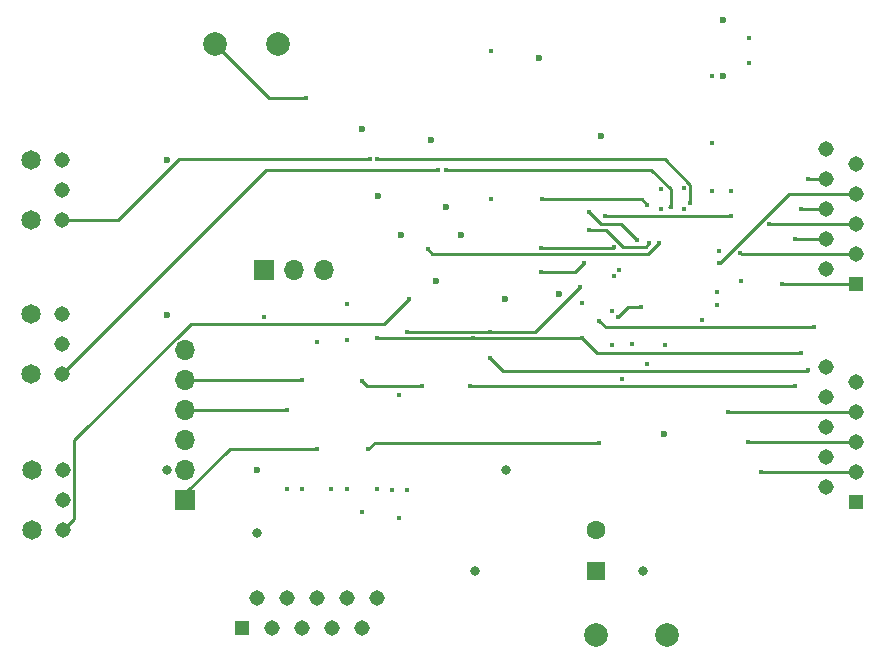
<source format=gbr>
G04 #@! TF.GenerationSoftware,KiCad,Pcbnew,(5.1.10-0-10_14)*
G04 #@! TF.CreationDate,2021-06-26T15:35:32+02:00*
G04 #@! TF.ProjectId,dac,6461632e-6b69-4636-9164-5f7063625858,rev?*
G04 #@! TF.SameCoordinates,Original*
G04 #@! TF.FileFunction,Copper,L3,Inr*
G04 #@! TF.FilePolarity,Positive*
%FSLAX46Y46*%
G04 Gerber Fmt 4.6, Leading zero omitted, Abs format (unit mm)*
G04 Created by KiCad (PCBNEW (5.1.10-0-10_14)) date 2021-06-26 15:35:32*
%MOMM*%
%LPD*%
G01*
G04 APERTURE LIST*
G04 #@! TA.AperFunction,ComponentPad*
%ADD10C,1.308000*%
G04 #@! TD*
G04 #@! TA.AperFunction,ComponentPad*
%ADD11C,1.650000*%
G04 #@! TD*
G04 #@! TA.AperFunction,ComponentPad*
%ADD12C,2.000000*%
G04 #@! TD*
G04 #@! TA.AperFunction,ComponentPad*
%ADD13R,1.308000X1.308000*%
G04 #@! TD*
G04 #@! TA.AperFunction,ComponentPad*
%ADD14O,1.700000X1.700000*%
G04 #@! TD*
G04 #@! TA.AperFunction,ComponentPad*
%ADD15R,1.700000X1.700000*%
G04 #@! TD*
G04 #@! TA.AperFunction,ComponentPad*
%ADD16C,1.600000*%
G04 #@! TD*
G04 #@! TA.AperFunction,ComponentPad*
%ADD17R,1.600000X1.600000*%
G04 #@! TD*
G04 #@! TA.AperFunction,ViaPad*
%ADD18C,0.450000*%
G04 #@! TD*
G04 #@! TA.AperFunction,ViaPad*
%ADD19C,0.600000*%
G04 #@! TD*
G04 #@! TA.AperFunction,ViaPad*
%ADD20C,0.800000*%
G04 #@! TD*
G04 #@! TA.AperFunction,Conductor*
%ADD21C,0.250000*%
G04 #@! TD*
G04 APERTURE END LIST*
D10*
X115088500Y-96393000D03*
X115088500Y-98933000D03*
X115088500Y-101473000D03*
D11*
X112458500Y-101473000D03*
X112458500Y-96393000D03*
D10*
X115025000Y-83185000D03*
X115025000Y-85725000D03*
X115025000Y-88265000D03*
D11*
X112395000Y-88265000D03*
X112395000Y-83185000D03*
D10*
X115025000Y-70104000D03*
X115025000Y-72644000D03*
X115025000Y-75184000D03*
D11*
X112395000Y-75184000D03*
X112395000Y-70104000D03*
D12*
X127952500Y-60325000D03*
X133350000Y-60325000D03*
D13*
X130238500Y-109728000D03*
D10*
X131508500Y-107188000D03*
X132778500Y-109728000D03*
X134048500Y-107188000D03*
X135318500Y-109728000D03*
X136588500Y-107188000D03*
X137858500Y-109728000D03*
X139128500Y-107188000D03*
X140398500Y-109728000D03*
X141668500Y-107188000D03*
D13*
X182245000Y-99060000D03*
D10*
X179705000Y-97790000D03*
X182245000Y-96520000D03*
X179705000Y-95250000D03*
X182245000Y-93980000D03*
X179705000Y-92710000D03*
X182245000Y-91440000D03*
X179705000Y-90170000D03*
X182245000Y-88900000D03*
X179705000Y-87630000D03*
D13*
X182245000Y-80645000D03*
D10*
X179705000Y-79375000D03*
X182245000Y-78105000D03*
X179705000Y-76835000D03*
X182245000Y-75565000D03*
X179705000Y-74295000D03*
X182245000Y-73025000D03*
X179705000Y-71755000D03*
X182245000Y-70485000D03*
X179705000Y-69215000D03*
D14*
X137223500Y-79438500D03*
X134683500Y-79438500D03*
D15*
X132143500Y-79438500D03*
D12*
X166243000Y-110363000D03*
X160210500Y-110363000D03*
D16*
X160210500Y-101402000D03*
D17*
X160210500Y-104902000D03*
D14*
X125476000Y-86156800D03*
X125476000Y-88696800D03*
X125476000Y-91236800D03*
X125476000Y-93776800D03*
X125476000Y-96316800D03*
D15*
X125476000Y-98856800D03*
D18*
X165709600Y-72542400D03*
X165735000Y-74295000D03*
X164566600Y-87401400D03*
D19*
X170992800Y-58216800D03*
X141757400Y-73152000D03*
X147535900Y-74053700D03*
X157124400Y-81432400D03*
X146685000Y-80340200D03*
X131508500Y-96329500D03*
D18*
X166096000Y-85770400D03*
X172491400Y-80391000D03*
X162411400Y-88693000D03*
D19*
X155445800Y-61470200D03*
X160629600Y-68072000D03*
X170977600Y-63007200D03*
D18*
X132160000Y-83422500D03*
D19*
X152579000Y-81840000D03*
D18*
X140415000Y-99932500D03*
D20*
X131508500Y-101663500D03*
D19*
X140447000Y-67515500D03*
X146240500Y-68453000D03*
X143778001Y-76439999D03*
X148858001Y-76439999D03*
D20*
X152590500Y-96329500D03*
D18*
X155600400Y-79603600D03*
X159258000Y-78837000D03*
X155600400Y-77520800D03*
X161772225Y-77485808D03*
X135331200Y-88696800D03*
X134061200Y-91236800D03*
X158902400Y-80873600D03*
X144208500Y-84667000D03*
X151299000Y-84667000D03*
X151257000Y-86868000D03*
X178175999Y-71755000D03*
X178175999Y-87878999D03*
X141668500Y-85217000D03*
X159054800Y-82194400D03*
X149796499Y-85217001D03*
X159067500Y-85217000D03*
X177625999Y-74295000D03*
X177625999Y-86470501D03*
X162204400Y-79400400D03*
D19*
X165989000Y-93281500D03*
D18*
X167690800Y-74218800D03*
X167690800Y-72491600D03*
X163271200Y-85699600D03*
X161747200Y-79959200D03*
X161571002Y-82854800D03*
X161594800Y-85750400D03*
X160528000Y-83718400D03*
X140970000Y-94615000D03*
X160518001Y-94053499D03*
X178725999Y-84227501D03*
X172466000Y-77978000D03*
X170624500Y-77851000D03*
X174879000Y-75565000D03*
X170624500Y-78867000D03*
X171653200Y-72694800D03*
X160985200Y-74853800D03*
X171653200Y-74828400D03*
X169189400Y-83693000D03*
X174180500Y-96520000D03*
X170459400Y-82372200D03*
X173101000Y-93980000D03*
X170510200Y-81322199D03*
X171450000Y-91440000D03*
X170053000Y-62992000D03*
X170053000Y-68707000D03*
X173228000Y-61925200D03*
X175975998Y-80645000D03*
X162119800Y-83362800D03*
X170027600Y-72694800D03*
X164033200Y-82550000D03*
X173228000Y-59740800D03*
X139128500Y-97980500D03*
X137843498Y-97995502D03*
X139128500Y-85344000D03*
X139128500Y-82296000D03*
X135318500Y-97980500D03*
X134048500Y-97980500D03*
X141668500Y-97980500D03*
X144208500Y-98044000D03*
X143573500Y-89979500D03*
X143573500Y-100457000D03*
X142938500Y-98044000D03*
D20*
X149987000Y-104902000D03*
X164211000Y-104902000D03*
D19*
X123952000Y-70104000D03*
X123952000Y-83210400D03*
D20*
X123952000Y-96393000D03*
D18*
X136601200Y-94538800D03*
X149542500Y-89281000D03*
X177075999Y-76835000D03*
X177075999Y-89255499D03*
X136588500Y-85534500D03*
X140411200Y-88849200D03*
X145542000Y-89281000D03*
X166573200Y-74117200D03*
X147525377Y-70942158D03*
X141746826Y-70068312D03*
X168240800Y-73790771D03*
X159639000Y-76009500D03*
X164759261Y-77153338D03*
X159639000Y-74485500D03*
X163703000Y-76898500D03*
X164592000Y-73888600D03*
X155676600Y-73406000D03*
X151320500Y-73406000D03*
X151320500Y-60896500D03*
X165608000Y-77152500D03*
X145986500Y-77660500D03*
X135699500Y-64897000D03*
X141097000Y-70053200D03*
X146875500Y-70954900D03*
X144398044Y-81914740D03*
D21*
X158491400Y-79603600D02*
X155600400Y-79603600D01*
X159258000Y-78837000D02*
X158491400Y-79603600D01*
X155600400Y-77520800D02*
X161747200Y-77520800D01*
X135331200Y-88696800D02*
X125476000Y-88696800D01*
X134061200Y-91236800D02*
X125476000Y-91236800D01*
X158902400Y-80873600D02*
X155109000Y-84667000D01*
X155109000Y-84667000D02*
X154136000Y-84667000D01*
X151299000Y-84667000D02*
X144208500Y-84667000D01*
X154136000Y-84667000D02*
X151299000Y-84667000D01*
X151257000Y-86868000D02*
X152340401Y-87951401D01*
X179705000Y-71755000D02*
X178175999Y-71755000D01*
X178103597Y-87951401D02*
X178175999Y-87878999D01*
X152340401Y-87951401D02*
X178103597Y-87951401D01*
X141986698Y-85217000D02*
X141668500Y-85217000D01*
X149796499Y-85217001D02*
X141986698Y-85217000D01*
X149796499Y-85217001D02*
X150114698Y-85217000D01*
X150114698Y-85217000D02*
X159067500Y-85217000D01*
X159067500Y-85217000D02*
X160337500Y-86487000D01*
X179705000Y-74295000D02*
X177625999Y-74295000D01*
X177609500Y-86487000D02*
X177625999Y-86470501D01*
X160337500Y-86487000D02*
X177609500Y-86487000D01*
X160528000Y-83820000D02*
X160528000Y-83718400D01*
X140970000Y-94615000D02*
X141531501Y-94053499D01*
X141531501Y-94053499D02*
X160518001Y-94053499D01*
X160528000Y-83718400D02*
X161052601Y-84243001D01*
X161052601Y-84243001D02*
X178710499Y-84243001D01*
X178710499Y-84243001D02*
X178725999Y-84227501D01*
X172593000Y-78105000D02*
X172466000Y-77978000D01*
X182245000Y-78105000D02*
X172593000Y-78105000D01*
X174879000Y-75565000D02*
X182245000Y-75565000D01*
X170762998Y-78867000D02*
X170624500Y-78867000D01*
X176604998Y-73025000D02*
X170762998Y-78867000D01*
X182245000Y-73025000D02*
X176604998Y-73025000D01*
X160985200Y-74853800D02*
X171627800Y-74853800D01*
X171627800Y-74853800D02*
X171653200Y-74828400D01*
X174180500Y-96520000D02*
X182245000Y-96520000D01*
X173101000Y-93980000D02*
X182245000Y-93980000D01*
X171450000Y-91440000D02*
X182245000Y-91440000D01*
X173240700Y-61912500D02*
X173228000Y-61925200D01*
X182245000Y-80645000D02*
X175975998Y-80645000D01*
X162932600Y-82550000D02*
X162119800Y-83362800D01*
X164033200Y-82550000D02*
X162932600Y-82550000D01*
X125476000Y-98856800D02*
X125476000Y-98298000D01*
X129235200Y-94538800D02*
X136601200Y-94538800D01*
X125476000Y-98298000D02*
X129235200Y-94538800D01*
X179705000Y-76835000D02*
X177075999Y-76835000D01*
X177050498Y-89281000D02*
X177075999Y-89255499D01*
X149542500Y-89281000D02*
X177050498Y-89281000D01*
X140423900Y-88836500D02*
X140411200Y-88849200D01*
X140843000Y-89281000D02*
X140411200Y-88849200D01*
X145542000Y-89281000D02*
X140843000Y-89281000D01*
X166573200Y-74117200D02*
X166470398Y-74117200D01*
X164923360Y-70942158D02*
X147525377Y-70942158D01*
X166573200Y-72591998D02*
X164923360Y-70942158D01*
X166573200Y-74117200D02*
X166573200Y-72591998D01*
X166081514Y-70068312D02*
X141746826Y-70068312D01*
X168240801Y-72227599D02*
X166081514Y-70068312D01*
X168240800Y-73790771D02*
X168240801Y-72227599D01*
X161109919Y-76009500D02*
X159639000Y-76009500D01*
X162548920Y-77448501D02*
X161109919Y-76009500D01*
X164464098Y-77448501D02*
X162548920Y-77448501D01*
X164759261Y-77153338D02*
X164464098Y-77448501D01*
X160712990Y-75559490D02*
X159639000Y-74485500D01*
X162363990Y-75559490D02*
X160712990Y-75559490D01*
X163703000Y-76898500D02*
X162363990Y-75559490D01*
X164109400Y-73406000D02*
X155676600Y-73406000D01*
X164592000Y-73888600D02*
X164109400Y-73406000D01*
X146396801Y-78070801D02*
X145986500Y-77660500D01*
X164689699Y-78070801D02*
X146396801Y-78070801D01*
X165608000Y-77152500D02*
X164689699Y-78070801D01*
X132524500Y-64897000D02*
X127952500Y-60325000D01*
X135699500Y-64897000D02*
X132524500Y-64897000D01*
X141084300Y-70040500D02*
X141097000Y-70053200D01*
X119797002Y-75184000D02*
X115025000Y-75184000D01*
X124927802Y-70053200D02*
X119797002Y-75184000D01*
X141097000Y-70053200D02*
X124927802Y-70053200D01*
X132335100Y-70954900D02*
X115025000Y-88265000D01*
X146875500Y-70954900D02*
X132335100Y-70954900D01*
X116067501Y-100493999D02*
X115088500Y-101473000D01*
X116067501Y-93826297D02*
X116067501Y-100493999D01*
X125921297Y-83972501D02*
X116067501Y-93826297D01*
X142340283Y-83972501D02*
X125921297Y-83972501D01*
X144398044Y-81914740D02*
X142340283Y-83972501D01*
M02*

</source>
